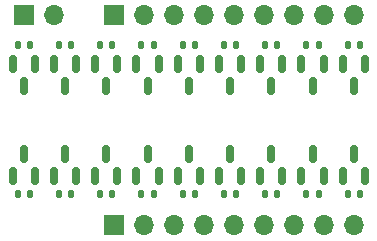
<source format=gbr>
%TF.GenerationSoftware,KiCad,Pcbnew,(6.0.9)*%
%TF.CreationDate,2024-05-18T22:59:34+02:00*%
%TF.ProjectId,Breadboard-byte-leds,42726561-6462-46f6-9172-642d62797465,rev?*%
%TF.SameCoordinates,Original*%
%TF.FileFunction,Soldermask,Bot*%
%TF.FilePolarity,Negative*%
%FSLAX46Y46*%
G04 Gerber Fmt 4.6, Leading zero omitted, Abs format (unit mm)*
G04 Created by KiCad (PCBNEW (6.0.9)) date 2024-05-18 22:59:34*
%MOMM*%
%LPD*%
G01*
G04 APERTURE LIST*
G04 Aperture macros list*
%AMRoundRect*
0 Rectangle with rounded corners*
0 $1 Rounding radius*
0 $2 $3 $4 $5 $6 $7 $8 $9 X,Y pos of 4 corners*
0 Add a 4 corners polygon primitive as box body*
4,1,4,$2,$3,$4,$5,$6,$7,$8,$9,$2,$3,0*
0 Add four circle primitives for the rounded corners*
1,1,$1+$1,$2,$3*
1,1,$1+$1,$4,$5*
1,1,$1+$1,$6,$7*
1,1,$1+$1,$8,$9*
0 Add four rect primitives between the rounded corners*
20,1,$1+$1,$2,$3,$4,$5,0*
20,1,$1+$1,$4,$5,$6,$7,0*
20,1,$1+$1,$6,$7,$8,$9,0*
20,1,$1+$1,$8,$9,$2,$3,0*%
G04 Aperture macros list end*
%ADD10R,1.700000X1.700000*%
%ADD11O,1.700000X1.700000*%
%ADD12RoundRect,0.135000X-0.135000X-0.185000X0.135000X-0.185000X0.135000X0.185000X-0.135000X0.185000X0*%
%ADD13RoundRect,0.135000X0.135000X0.185000X-0.135000X0.185000X-0.135000X-0.185000X0.135000X-0.185000X0*%
%ADD14RoundRect,0.150000X0.150000X-0.587500X0.150000X0.587500X-0.150000X0.587500X-0.150000X-0.587500X0*%
%ADD15RoundRect,0.150000X-0.150000X0.587500X-0.150000X-0.587500X0.150000X-0.587500X0.150000X0.587500X0*%
G04 APERTURE END LIST*
D10*
%TO.C,J2*%
X149860000Y-86360000D03*
D11*
X152400000Y-86360000D03*
X154940000Y-86360000D03*
X157480000Y-86360000D03*
X160020000Y-86360000D03*
X162560000Y-86360000D03*
X165100000Y-86360000D03*
X167640000Y-86360000D03*
X170180000Y-86360000D03*
%TD*%
D12*
%TO.C,R15*%
X159192500Y-71120000D03*
X160212500Y-71120000D03*
%TD*%
D13*
%TO.C,R30*%
X149735000Y-83756500D03*
X148715000Y-83756500D03*
%TD*%
D14*
%TO.C,Q14*%
X157160000Y-82217500D03*
X155260000Y-82217500D03*
X156210000Y-80342500D03*
%TD*%
D12*
%TO.C,R13*%
X152207500Y-71120000D03*
X153227500Y-71120000D03*
%TD*%
D15*
%TO.C,Q2*%
X144782500Y-72722500D03*
X146682500Y-72722500D03*
X145732500Y-74597500D03*
%TD*%
D12*
%TO.C,R10*%
X141730000Y-71120000D03*
X142750000Y-71120000D03*
%TD*%
D14*
%TO.C,Q12*%
X150175000Y-82217500D03*
X148275000Y-82217500D03*
X149225000Y-80342500D03*
%TD*%
D12*
%TO.C,R18*%
X169670000Y-71120000D03*
X170690000Y-71120000D03*
%TD*%
D13*
%TO.C,R34*%
X163705000Y-83756500D03*
X162685000Y-83756500D03*
%TD*%
D14*
%TO.C,Q16*%
X164145000Y-82217500D03*
X162245000Y-82217500D03*
X163195000Y-80342500D03*
%TD*%
D12*
%TO.C,R16*%
X162685000Y-71120000D03*
X163705000Y-71120000D03*
%TD*%
D15*
%TO.C,Q9*%
X169230000Y-72722500D03*
X171130000Y-72722500D03*
X170180000Y-74597500D03*
%TD*%
D12*
%TO.C,R14*%
X155700000Y-71120000D03*
X156720000Y-71120000D03*
%TD*%
D15*
%TO.C,Q5*%
X155260000Y-72722500D03*
X157160000Y-72722500D03*
X156210000Y-74597500D03*
%TD*%
D13*
%TO.C,R32*%
X156720000Y-83756500D03*
X155700000Y-83756500D03*
%TD*%
D14*
%TO.C,Q17*%
X167637500Y-82217500D03*
X165737500Y-82217500D03*
X166687500Y-80342500D03*
%TD*%
%TO.C,Q15*%
X160652500Y-82217500D03*
X158752500Y-82217500D03*
X159702500Y-80342500D03*
%TD*%
%TO.C,Q18*%
X171130000Y-82217500D03*
X169230000Y-82217500D03*
X170180000Y-80342500D03*
%TD*%
D15*
%TO.C,Q4*%
X151767500Y-72722500D03*
X153667500Y-72722500D03*
X152717500Y-74597500D03*
%TD*%
%TO.C,Q6*%
X158752500Y-72722500D03*
X160652500Y-72722500D03*
X159702500Y-74597500D03*
%TD*%
%TO.C,Q8*%
X165737500Y-72722500D03*
X167637500Y-72722500D03*
X166687500Y-74597500D03*
%TD*%
D13*
%TO.C,R28*%
X142750000Y-83756500D03*
X141730000Y-83756500D03*
%TD*%
D14*
%TO.C,Q11*%
X146682500Y-82217500D03*
X144782500Y-82217500D03*
X145732500Y-80342500D03*
%TD*%
D13*
%TO.C,R35*%
X167197500Y-83756500D03*
X166177500Y-83756500D03*
%TD*%
D14*
%TO.C,Q13*%
X153667500Y-82217500D03*
X151767500Y-82217500D03*
X152717500Y-80342500D03*
%TD*%
D15*
%TO.C,Q7*%
X162245000Y-72722500D03*
X164145000Y-72722500D03*
X163195000Y-74597500D03*
%TD*%
D13*
%TO.C,R36*%
X170690000Y-83756500D03*
X169670000Y-83756500D03*
%TD*%
D12*
%TO.C,R11*%
X145222500Y-71120000D03*
X146242500Y-71120000D03*
%TD*%
D13*
%TO.C,R31*%
X153227500Y-83756500D03*
X152207500Y-83756500D03*
%TD*%
D15*
%TO.C,Q3*%
X148275000Y-72722500D03*
X150175000Y-72722500D03*
X149225000Y-74597500D03*
%TD*%
D10*
%TO.C,J3*%
X142240000Y-68580000D03*
D11*
X144780000Y-68580000D03*
%TD*%
D14*
%TO.C,Q10*%
X143190000Y-82217500D03*
X141290000Y-82217500D03*
X142240000Y-80342500D03*
%TD*%
D13*
%TO.C,R33*%
X160212500Y-83756500D03*
X159192500Y-83756500D03*
%TD*%
D10*
%TO.C,J1*%
X149860000Y-68580000D03*
D11*
X152400000Y-68580000D03*
X154940000Y-68580000D03*
X157480000Y-68580000D03*
X160020000Y-68580000D03*
X162560000Y-68580000D03*
X165100000Y-68580000D03*
X167640000Y-68580000D03*
X170180000Y-68580000D03*
%TD*%
D12*
%TO.C,R12*%
X148715000Y-71120000D03*
X149735000Y-71120000D03*
%TD*%
D13*
%TO.C,R29*%
X146242500Y-83756500D03*
X145222500Y-83756500D03*
%TD*%
D12*
%TO.C,R17*%
X166177500Y-71120000D03*
X167197500Y-71120000D03*
%TD*%
D15*
%TO.C,Q1*%
X141290000Y-72722500D03*
X143190000Y-72722500D03*
X142240000Y-74597500D03*
%TD*%
M02*

</source>
